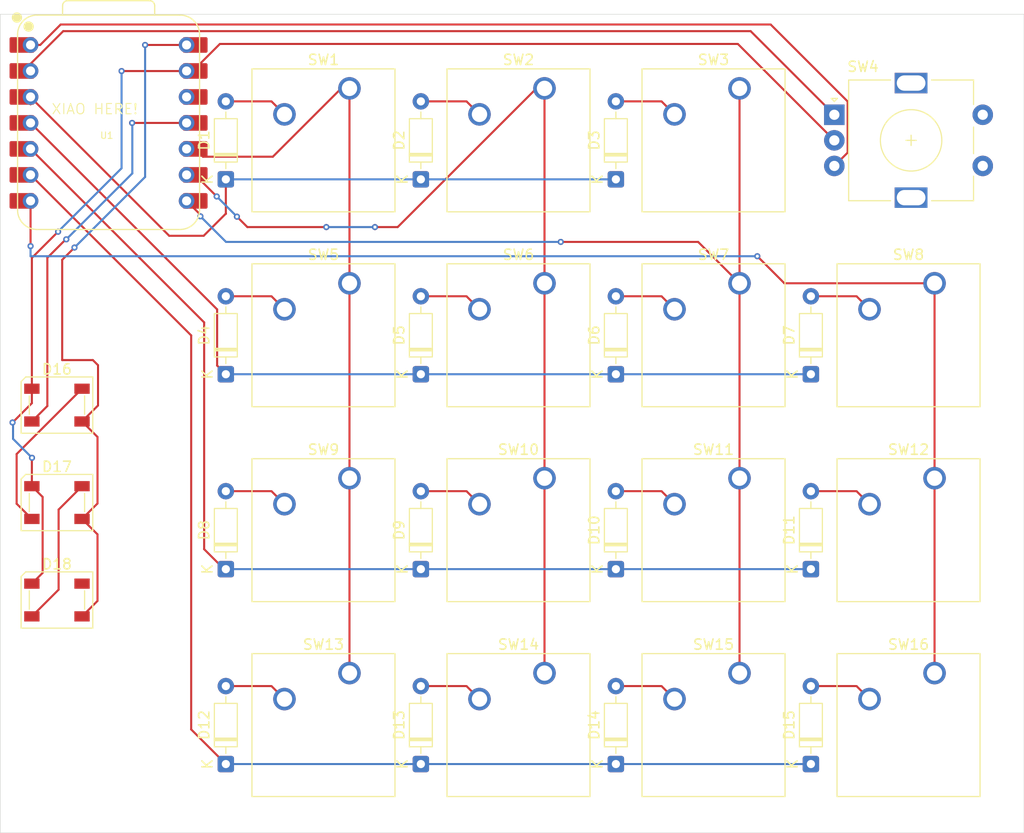
<source format=kicad_pcb>
(kicad_pcb (version 20241229) (generator "pcbnew") (generator_version "9.0")
  (layers (0 "F.Cu" signal) (2 "B.Cu" signal) (13 "F.Paste" user) (15 "B.Paste" user) (5 "F.SilkS" user "F.Silkscreen") (7 "B.SilkS" user "B.Silkscreen") (1 "F.Mask" user) (3 "B.Mask" user) (25 "Edge.Cuts" user))
  (net 0 "")
  (net 1 "Net-(D1-A)")
  (net 2 "Net-(D1-K)")
  (net 3 "Net-(D2-A)")
  (net 4 "Net-(D3-A)")
  (net 5 "Net-(D4-A)")
  (net 6 "Net-(D4-K)")
  (net 7 "Net-(D5-A)")
  (net 8 "Net-(D6-A)")
  (net 9 "Net-(D7-A)")
  (net 10 "Net-(D8-A)")
  (net 11 "Net-(D9-A)")
  (net 12 "Net-(D10-K)")
  (net 13 "Net-(D10-A)")
  (net 14 "Net-(D11-A)")
  (net 15 "Net-(D12-A)")
  (net 16 "Net-(D13-A)")
  (net 17 "Net-(D14-A)")
  (net 18 "Net-(D15-A)")
  (net 19 "GND")
  (net 20 "Net-(D16-DIN)")
  (net 21 "+5V")
  (net 22 "Net-(D16-DOUT)")
  (net 23 "Net-(D17-DOUT)")
  (net 25 "Net-(U1-GPIO26{slash}ADC0{slash}A0)")
  (net 26 "Net-(U1-GPIO27{slash}ADC1{slash}A1)")
  (net 28 "Net-(D12-K)")
  (net 31 "Net-(U1-GPIO4{slash}MISO)")
  (net 32 "Net-(U1-GPIO2{slash}SCK)")
  (net 33 "Net-(U1-GPIO1{slash}RX)")
  (net 34 "Net-(U1-GPIO0{slash}TX)")
  (footprint "Button_Switch_Keyboard:SW_Cherry_MX_1.00u_PCB" (layer "F.Cu") (at 138.1125 45.24375)
    (property "Reference" "SW1" (at -2.54 -2.794 0) (layer "F.SilkS"))
    (property "Value" "SW_Push")
    (pad "" np_thru_hole circle (at -7.62 5.08) (size 1.7 1.7) (drill 1.7) (layers "*.Cu" "*.Mask"))
    (pad "" np_thru_hole circle (at -2.54 5.08) (size 4 4) (drill 4) (layers "*.Cu" "*.Mask"))
    (pad "" np_thru_hole circle (at 2.54 5.08) (size 1.7 1.7) (drill 1.7) (layers "*.Cu" "*.Mask"))
    (pad "1" thru_hole circle (at 0 0) (size 2.2 2.2) (drill 1.5) (layers "*.Cu" "*.Mask") (net 31 "Net-(U1-GPIO4{slash}MISO)"))
    (pad "2" thru_hole circle (at -6.35 2.54) (size 2.2 2.2) (drill 1.5) (layers "*.Cu" "*.Mask") (net 1 "Net-(D1-A)"))
  )
  (footprint "Diode_THT:D_DO-35_SOD27_P7.62mm_Horizontal" (layer "F.Cu") (at 145.085 111.28375 90)
    (property "Reference" "D13" (at 3.81 -2.12 90) (layer "F.SilkS"))
    (property "Value" "D")
    (fp_text user "K" (at 0 -1.8 90) (layer "F.SilkS"))
    (pad "1" thru_hole roundrect (at 0 0 90) (size 1.6 1.6) (drill 0.8) (layers "*.Cu" "*.Mask") (roundrect_rratio 0.15625) (net 28 "Net-(D12-K)"))
    (pad "2" thru_hole circle (at 7.62 0 90) (size 1.6 1.6) (drill 0.8) (layers "*.Cu" "*.Mask") (net 16 "Net-(D13-A)"))
  )
  (footprint "Diode_THT:D_DO-35_SOD27_P7.62mm_Horizontal" (layer "F.Cu") (at 164.135 111.28375 90)
    (property "Reference" "D14" (at 3.81 -2.12 90) (layer "F.SilkS"))
    (property "Value" "D")
    (fp_text user "K" (at 0 -1.8 90) (layer "F.SilkS"))
    (pad "1" thru_hole roundrect (at 0 0 90) (size 1.6 1.6) (drill 0.8) (layers "*.Cu" "*.Mask") (roundrect_rratio 0.15625) (net 28 "Net-(D12-K)"))
    (pad "2" thru_hole circle (at 7.62 0 90) (size 1.6 1.6) (drill 0.8) (layers "*.Cu" "*.Mask") (net 17 "Net-(D14-A)"))
  )
  (footprint "Rotary_Encoder:RotaryEncoder_Alps_EC11E-Switch_Vertical_H20mm" (layer "F.Cu") (at 185.4725 47.82375)
    (property "Reference" "SW4" (at 2.8 -4.7 0) (layer "F.SilkS"))
    (property "Value" "RotaryEncoder_Switch")
    (pad "A" thru_hole rect (at 0 0) (size 2 2) (drill 1) (layers "*.Cu" "*.Mask") (net 26 "Net-(U1-GPIO27{slash}ADC1{slash}A1)"))
    (pad "B" thru_hole circle (at 0 5) (size 2 2) (drill 1) (layers "*.Cu" "*.Mask") (net 25 "Net-(U1-GPIO26{slash}ADC0{slash}A0)"))
    (pad "C" thru_hole circle (at 0 2.5) (size 2 2) (drill 1) (layers "*.Cu" "*.Mask") (net 19 "GND"))
    (pad "MP" thru_hole rect (at 7.5 -3.1) (size 3.2 2) (drill oval 2.8 1.5) (layers "*.Cu" "*.Mask"))
    (pad "MP" thru_hole rect (at 7.5 8.1) (size 3.2 2) (drill oval 2.8 1.5) (layers "*.Cu" "*.Mask"))
    (pad "S1" thru_hole circle (at 14.5 5) (size 2 2) (drill 1) (layers "*.Cu" "*.Mask"))
    (pad "S2" thru_hole circle (at 14.5 0) (size 2 2) (drill 1) (layers "*.Cu" "*.Mask"))
  )
  (footprint "LED_SMD:LED_SK6812_PLCC4_5.0x5.0mm_P3.2mm" (layer "F.Cu") (at 109.5375 85.725)
    (property "Reference" "D17" (at 0 -3.5 0) (layer "F.SilkS"))
    (property "Value" "SK6812")
    (pad "1" smd rect (at -2.45 -1.6 180) (size 1.5 1) (layers "F.Cu" "F.Mask" "F.Paste") (net 19 "GND"))
    (pad "2" smd rect (at -2.45 1.6 180) (size 1.5 1) (layers "F.Cu" "F.Mask" "F.Paste") (net 22 "Net-(D16-DOUT)"))
    (pad "3" smd rect (at 2.45 1.6 180) (size 1.5 1) (layers "F.Cu" "F.Mask" "F.Paste") (net 21 "+5V"))
    (pad "4" smd rect (at 2.45 -1.6 180) (size 1.5 1) (layers "F.Cu" "F.Mask" "F.Paste") (net 23 "Net-(D17-DOUT)"))
  )
  (footprint "Diode_THT:D_DO-35_SOD27_P7.62mm_Horizontal" (layer "F.Cu") (at 145.085 54.13375 90)
    (property "Reference" "D2" (at 3.81 -2.12 90) (layer "F.SilkS"))
    (property "Value" "D")
    (fp_text user "K" (at 0 -1.8 90) (layer "F.SilkS"))
    (pad "1" thru_hole roundrect (at 0 0 90) (size 1.6 1.6) (drill 0.8) (layers "*.Cu" "*.Mask") (roundrect_rratio 0.15625) (net 2 "Net-(D1-K)"))
    (pad "2" thru_hole circle (at 7.62 0 90) (size 1.6 1.6) (drill 0.8) (layers "*.Cu" "*.Mask") (net 3 "Net-(D2-A)"))
  )
  (footprint "LED_SMD:LED_SK6812_PLCC4_5.0x5.0mm_P3.2mm" (layer "F.Cu") (at 109.5375 95.25)
    (property "Reference" "D18" (at 0 -3.5 0) (layer "F.SilkS"))
    (property "Value" "SK6812")
    (pad "1" smd rect (at -2.45 -1.6 180) (size 1.5 1) (layers "F.Cu" "F.Mask" "F.Paste") (net 19 "GND"))
    (pad "2" smd rect (at -2.45 1.6 180) (size 1.5 1) (layers "F.Cu" "F.Mask" "F.Paste") (net 23 "Net-(D17-DOUT)"))
    (pad "3" smd rect (at 2.45 1.6 180) (size 1.5 1) (layers "F.Cu" "F.Mask" "F.Paste") (net 21 "+5V"))
    (pad "4" smd rect (at 2.45 -1.6 180) (size 1.5 1) (layers "F.Cu" "F.Mask" "F.Paste"))
  )
  (footprint "Button_Switch_Keyboard:SW_Cherry_MX_1.00u_PCB" (layer "F.Cu") (at 157.1625 45.24375)
    (property "Reference" "SW2" (at -2.54 -2.794 0) (layer "F.SilkS"))
    (property "Value" "SW_Push")
    (pad "" np_thru_hole circle (at -7.62 5.08) (size 1.7 1.7) (drill 1.7) (layers "*.Cu" "*.Mask"))
    (pad "" np_thru_hole circle (at -2.54 5.08) (size 4 4) (drill 4) (layers "*.Cu" "*.Mask"))
    (pad "" np_thru_hole circle (at 2.54 5.08) (size 1.7 1.7) (drill 1.7) (layers "*.Cu" "*.Mask"))
    (pad "1" thru_hole circle (at 0 0) (size 2.2 2.2) (drill 1.5) (layers "*.Cu" "*.Mask") (net 32 "Net-(U1-GPIO2{slash}SCK)"))
    (pad "2" thru_hole circle (at -6.35 2.54) (size 2.2 2.2) (drill 1.5) (layers "*.Cu" "*.Mask") (net 3 "Net-(D2-A)"))
  )
  (footprint "Diode_THT:D_DO-35_SOD27_P7.62mm_Horizontal" (layer "F.Cu") (at 126.035 92.23375 90)
    (property "Reference" "D8" (at 3.81 -2.12 90) (layer "F.SilkS"))
    (property "Value" "D")
    (fp_text user "K" (at 0 -1.8 90) (layer "F.SilkS"))
    (pad "1" thru_hole roundrect (at 0 0 90) (size 1.6 1.6) (drill 0.8) (layers "*.Cu" "*.Mask") (roundrect_rratio 0.15625) (net 12 "Net-(D10-K)"))
    (pad "2" thru_hole circle (at 7.62 0 90) (size 1.6 1.6) (drill 0.8) (layers "*.Cu" "*.Mask") (net 10 "Net-(D8-A)"))
  )
  (footprint "Diode_THT:D_DO-35_SOD27_P7.62mm_Horizontal" (layer "F.Cu") (at 145.085 73.18375 90)
    (property "Reference" "D5" (at 3.81 -2.12 90) (layer "F.SilkS"))
    (property "Value" "D")
    (fp_text user "K" (at 0 -1.8 90) (layer "F.SilkS"))
    (pad "1" thru_hole roundrect (at 0 0 90) (size 1.6 1.6) (drill 0.8) (layers "*.Cu" "*.Mask") (roundrect_rratio 0.15625) (net 6 "Net-(D4-K)"))
    (pad "2" thru_hole circle (at 7.62 0 90) (size 1.6 1.6) (drill 0.8) (layers "*.Cu" "*.Mask") (net 7 "Net-(D5-A)"))
  )
  (footprint "Diode_THT:D_DO-35_SOD27_P7.62mm_Horizontal" (layer "F.Cu") (at 183.185 92.23375 90)
    (property "Reference" "D11" (at 3.81 -2.12 90) (layer "F.SilkS"))
    (property "Value" "D")
    (fp_text user "K" (at 0 -1.8 90) (layer "F.SilkS"))
    (pad "1" thru_hole roundrect (at 0 0 90) (size 1.6 1.6) (drill 0.8) (layers "*.Cu" "*.Mask") (roundrect_rratio 0.15625) (net 12 "Net-(D10-K)"))
    (pad "2" thru_hole circle (at 7.62 0 90) (size 1.6 1.6) (drill 0.8) (layers "*.Cu" "*.Mask") (net 14 "Net-(D11-A)"))
  )
  (footprint "Button_Switch_Keyboard:SW_Cherry_MX_1.00u_PCB" (layer "F.Cu") (at 138.1125 64.29375)
    (property "Reference" "SW5" (at -2.54 -2.794 0) (layer "F.SilkS"))
    (property "Value" "SW_Push")
    (pad "" np_thru_hole circle (at -7.62 5.08) (size 1.7 1.7) (drill 1.7) (layers "*.Cu" "*.Mask"))
    (pad "" np_thru_hole circle (at -2.54 5.08) (size 4 4) (drill 4) (layers "*.Cu" "*.Mask"))
    (pad "" np_thru_hole circle (at 2.54 5.08) (size 1.7 1.7) (drill 1.7) (layers "*.Cu" "*.Mask"))
    (pad "1" thru_hole circle (at 0 0) (size 2.2 2.2) (drill 1.5) (layers "*.Cu" "*.Mask") (net 31 "Net-(U1-GPIO4{slash}MISO)"))
    (pad "2" thru_hole circle (at -6.35 2.54) (size 2.2 2.2) (drill 1.5) (layers "*.Cu" "*.Mask") (net 5 "Net-(D4-A)"))
  )
  (footprint "Button_Switch_Keyboard:SW_Cherry_MX_1.00u_PCB" (layer "F.Cu") (at 195.2625 64.29375)
    (property "Reference" "SW8" (at -2.54 -2.794 0) (layer "F.SilkS"))
    (property "Value" "SW_Push")
    (pad "" np_thru_hole circle (at -7.62 5.08) (size 1.7 1.7) (drill 1.7) (layers "*.Cu" "*.Mask"))
    (pad "" np_thru_hole circle (at -2.54 5.08) (size 4 4) (drill 4) (layers "*.Cu" "*.Mask"))
    (pad "" np_thru_hole circle (at 2.54 5.08) (size 1.7 1.7) (drill 1.7) (layers "*.Cu" "*.Mask"))
    (pad "1" thru_hole circle (at 0 0) (size 2.2 2.2) (drill 1.5) (layers "*.Cu" "*.Mask") (net 34 "Net-(U1-GPIO0{slash}TX)"))
    (pad "2" thru_hole circle (at -6.35 2.54) (size 2.2 2.2) (drill 1.5) (layers "*.Cu" "*.Mask") (net 9 "Net-(D7-A)"))
  )
  (footprint "Button_Switch_Keyboard:SW_Cherry_MX_1.00u_PCB" (layer "F.Cu") (at 157.1625 64.29375)
    (property "Reference" "SW6" (at -2.54 -2.794 0) (layer "F.SilkS"))
    (property "Value" "SW_Push")
    (pad "" np_thru_hole circle (at -7.62 5.08) (size 1.7 1.7) (drill 1.7) (layers "*.Cu" "*.Mask"))
    (pad "" np_thru_hole circle (at -2.54 5.08) (size 4 4) (drill 4) (layers "*.Cu" "*.Mask"))
    (pad "" np_thru_hole circle (at 2.54 5.08) (size 1.7 1.7) (drill 1.7) (layers "*.Cu" "*.Mask"))
    (pad "1" thru_hole circle (at 0 0) (size 2.2 2.2) (drill 1.5) (layers "*.Cu" "*.Mask") (net 32 "Net-(U1-GPIO2{slash}SCK)"))
    (pad "2" thru_hole circle (at -6.35 2.54) (size 2.2 2.2) (drill 1.5) (layers "*.Cu" "*.Mask") (net 7 "Net-(D5-A)"))
  )
  (footprint "Diode_THT:D_DO-35_SOD27_P7.62mm_Horizontal" (layer "F.Cu") (at 145.085 92.23375 90)
    (property "Reference" "D9" (at 3.81 -2.12 90) (layer "F.SilkS"))
    (property "Value" "D")
    (fp_text user "K" (at 0 -1.8 90) (layer "F.SilkS"))
    (pad "1" thru_hole roundrect (at 0 0 90) (size 1.6 1.6) (drill 0.8) (layers "*.Cu" "*.Mask") (roundrect_rratio 0.15625) (net 12 "Net-(D10-K)"))
    (pad "2" thru_hole circle (at 7.62 0 90) (size 1.6 1.6) (drill 0.8) (layers "*.Cu" "*.Mask") (net 11 "Net-(D9-A)"))
  )
  (footprint "Button_Switch_Keyboard:SW_Cherry_MX_1.00u_PCB" (layer "F.Cu") (at 176.2125 45.24375)
    (property "Reference" "SW3" (at -2.54 -2.794 0) (layer "F.SilkS"))
    (property "Value" "SW_Push")
    (pad "" np_thru_hole circle (at -7.62 5.08) (size 1.7 1.7) (drill 1.7) (layers "*.Cu" "*.Mask"))
    (pad "" np_thru_hole circle (at -2.54 5.08) (size 4 4) (drill 4) (layers "*.Cu" "*.Mask"))
    (pad "" np_thru_hole circle (at 2.54 5.08) (size 1.7 1.7) (drill 1.7) (layers "*.Cu" "*.Mask"))
    (pad "1" thru_hole circle (at 0 0) (size 2.2 2.2) (drill 1.5) (layers "*.Cu" "*.Mask") (net 33 "Net-(U1-GPIO1{slash}RX)"))
    (pad "2" thru_hole circle (at -6.35 2.54) (size 2.2 2.2) (drill 1.5) (layers "*.Cu" "*.Mask") (net 4 "Net-(D3-A)"))
  )
  (footprint "Diode_THT:D_DO-35_SOD27_P7.62mm_Horizontal" (layer "F.Cu") (at 164.135 92.23375 90)
    (property "Reference" "D10" (at 3.81 -2.12 90) (layer "F.SilkS"))
    (property "Value" "D")
    (fp_text user "K" (at 0 -1.8 90) (layer "F.SilkS"))
    (pad "1" thru_hole roundrect (at 0 0 90) (size 1.6 1.6) (drill 0.8) (layers "*.Cu" "*.Mask") (roundrect_rratio 0.15625) (net 12 "Net-(D10-K)"))
    (pad "2" thru_hole circle (at 7.62 0 90) (size 1.6 1.6) (drill 0.8) (layers "*.Cu" "*.Mask") (net 13 "Net-(D10-A)"))
  )
  (footprint "Diode_THT:D_DO-35_SOD27_P7.62mm_Horizontal" (layer "F.Cu") (at 164.135 73.18375 90)
    (property "Reference" "D6" (at 3.81 -2.12 90) (layer "F.SilkS"))
    (property "Value" "D")
    (fp_text user "K" (at 0 -1.8 90) (layer "F.SilkS"))
    (pad "1" thru_hole roundrect (at 0 0 90) (size 1.6 1.6) (drill 0.8) (layers "*.Cu" "*.Mask") (roundrect_rratio 0.15625) (net 6 "Net-(D4-K)"))
    (pad "2" thru_hole circle (at 7.62 0 90) (size 1.6 1.6) (drill 0.8) (layers "*.Cu" "*.Mask") (net 8 "Net-(D6-A)"))
  )
  (footprint "Button_Switch_Keyboard:SW_Cherry_MX_1.00u_PCB" (layer "F.Cu") (at 195.2625 102.39375)
    (property "Reference" "SW16" (at -2.54 -2.794 0) (layer "F.SilkS"))
    (property "Value" "SW_Push")
    (pad "" np_thru_hole circle (at -7.62 5.08) (size 1.7 1.7) (drill 1.7) (layers "*.Cu" "*.Mask"))
    (pad "" np_thru_hole circle (at -2.54 5.08) (size 4 4) (drill 4) (layers "*.Cu" "*.Mask"))
    (pad "" np_thru_hole circle (at 2.54 5.08) (size 1.7 1.7) (drill 1.7) (layers "*.Cu" "*.Mask"))
    (pad "1" thru_hole circle (at 0 0) (size 2.2 2.2) (drill 1.5) (layers "*.Cu" "*.Mask") (net 34 "Net-(U1-GPIO0{slash}TX)"))
    (pad "2" thru_hole circle (at -6.35 2.54) (size 2.2 2.2) (drill 1.5) (layers "*.Cu" "*.Mask") (net 18 "Net-(D15-A)"))
  )
  (footprint "Diode_THT:D_DO-35_SOD27_P7.62mm_Horizontal" (layer "F.Cu") (at 126.035 111.28375 90)
    (property "Reference" "D12" (at 3.81 -2.12 90) (layer "F.SilkS"))
    (property "Value" "D")
    (fp_text user "K" (at 0 -1.8 90) (layer "F.SilkS"))
    (pad "1" thru_hole roundrect (at 0 0 90) (size 1.6 1.6) (drill 0.8) (layers "*.Cu" "*.Mask") (roundrect_rratio 0.15625) (net 28 "Net-(D12-K)"))
    (pad "2" thru_hole circle (at 7.62 0 90) (size 1.6 1.6) (drill 0.8) (layers "*.Cu" "*.Mask") (net 15 "Net-(D12-A)"))
  )
  (footprint "Button_Switch_Keyboard:SW_Cherry_MX_1.00u_PCB" (layer "F.Cu") (at 176.2125 64.29375)
    (property "Reference" "SW7" (at -2.54 -2.794 0) (layer "F.SilkS"))
    (property "Value" "SW_Push")
    (pad "" np_thru_hole circle (at -7.62 5.08) (size 1.7 1.7) (drill 1.7) (layers "*.Cu" "*.Mask"))
    (pad "" np_thru_hole circle (at -2.54 5.08) (size 4 4) (drill 4) (layers "*.Cu" "*.Mask"))
    (pad "" np_thru_hole circle (at 2.54 5.08) (size 1.7 1.7) (drill 1.7) (layers "*.Cu" "*.Mask"))
    (pad "1" thru_hole circle (at 0 0) (size 2.2 2.2) (drill 1.5) (layers "*.Cu" "*.Mask") (net 33 "Net-(U1-GPIO1{slash}RX)"))
    (pad "2" thru_hole circle (at -6.35 2.54) (size 2.2 2.2) (drill 1.5) (layers "*.Cu" "*.Mask") (net 8 "Net-(D6-A)"))
  )
  (footprint "LED_SMD:LED_SK6812_PLCC4_5.0x5.0mm_P3.2mm" (layer "F.Cu") (at 109.5375 76.2)
    (property "Reference" "D16" (at 0 -3.5 0) (layer "F.SilkS"))
    (property "Value" "SK6812")
    (pad "1" smd rect (at -2.45 -1.6 180) (size 1.5 1) (layers "F.Cu" "F.Mask" "F.Paste") (net 19 "GND"))
    (pad "2" smd rect (at -2.45 1.6 180) (size 1.5 1) (layers "F.Cu" "F.Mask" "F.Paste") (net 20 "Net-(D16-DIN)"))
    (pad "3" smd rect (at 2.45 1.6 180) (size 1.5 1) (layers "F.Cu" "F.Mask" "F.Paste") (net 21 "+5V"))
    (pad "4" smd rect (at 2.45 -1.6 180) (size 1.5 1) (layers "F.Cu" "F.Mask" "F.Paste") (net 22 "Net-(D16-DOUT)"))
  )
  (footprint "Diode_THT:D_DO-35_SOD27_P7.62mm_Horizontal" (layer "F.Cu") (at 183.185 73.18375 90)
    (property "Reference" "D7" (at 3.81 -2.12 90) (layer "F.SilkS"))
    (property "Value" "D")
    (fp_text user "K" (at 0 -1.8 90) (layer "F.SilkS"))
    (pad "1" thru_hole roundrect (at 0 0 90) (size 1.6 1.6) (drill 0.8) (layers "*.Cu" "*.Mask") (roundrect_rratio 0.15625) (net 6 "Net-(D4-K)"))
    (pad "2" thru_hole circle (at 7.62 0 90) (size 1.6 1.6) (drill 0.8) (layers "*.Cu" "*.Mask") (net 9 "Net-(D7-A)"))
  )
  (footprint "Diode_THT:D_DO-35_SOD27_P7.62mm_Horizontal" (layer "F.Cu") (at 183.185 111.28375 90)
    (property "Reference" "D15" (at 3.81 -2.12 90) (layer "F.SilkS"))
    (property "Value" "D")
    (fp_text user "K" (at 0 -1.8 90) (layer "F.SilkS"))
    (pad "1" thru_hole roundrect (at 0 0 90) (size 1.6 1.6) (drill 0.8) (layers "*.Cu" "*.Mask") (roundrect_rratio 0.15625) (net 28 "Net-(D12-K)"))
    (pad "2" thru_hole circle (at 7.62 0 90) (size 1.6 1.6) (drill 0.8) (layers "*.Cu" "*.Mask") (net 18 "Net-(D15-A)"))
  )
  (footprint "Button_Switch_Keyboard:SW_Cherry_MX_1.00u_PCB" (layer "F.Cu") (at 157.1625 102.39375)
    (property "Reference" "SW14" (at -2.54 -2.794 0) (layer "F.SilkS"))
    (property "Value" "SW_Push")
    (pad "" np_thru_hole circle (at -7.62 5.08) (size 1.7 1.7) (drill 1.7) (layers "*.Cu" "*.Mask"))
    (pad "" np_thru_hole circle (at -2.54 5.08) (size 4 4) (drill 4) (layers "*.Cu" "*.Mask"))
    (pad "" np_thru_hole circle (at 2.54 5.08) (size 1.7 1.7) (drill 1.7) (layers "*.Cu" "*.Mask"))
    (pad "1" thru_hole circle (at 0 0) (size 2.2 2.2) (drill 1.5) (layers "*.Cu" "*.Mask") (net 32 "Net-(U1-GPIO2{slash}SCK)"))
    (pad "2" thru_hole circle (at -6.35 2.54) (size 2.2 2.2) (drill 1.5) (layers "*.Cu" "*.Mask") (net 16 "Net-(D13-A)"))
  )
  (footprint "Button_Switch_Keyboard:SW_Cherry_MX_1.00u_PCB" (layer "F.Cu") (at 138.1125 83.34375)
    (property "Reference" "SW9" (at -2.54 -2.794 0) (layer "F.SilkS"))
    (property "Value" "SW_Push")
    (pad "" np_thru_hole circle (at -7.62 5.08) (size 1.7 1.7) (drill 1.7) (layers "*.Cu" "*.Mask"))
    (pad "" np_thru_hole circle (at -2.54 5.08) (size 4 4) (drill 4) (layers "*.Cu" "*.Mask"))
    (pad "" np_thru_hole circle (at 2.54 5.08) (size 1.7 1.7) (drill 1.7) (layers "*.Cu" "*.Mask"))
    (pad "1" thru_hole circle (at 0 0) (size 2.2 2.2) (drill 1.5) (layers "*.Cu" "*.Mask") (net 31 "Net-(U1-GPIO4{slash}MISO)"))
    (pad "2" thru_hole circle (at -6.35 2.54) (size 2.2 2.2) (drill 1.5) (layers "*.Cu" "*.Mask") (net 10 "Net-(D8-A)"))
  )
  (footprint "Seeed Studio XIAO Series Library:XIAO-RP2040-DIP" (layer "F.Cu") (at 114.58 48.62)
    (property "Reference" "U1" (at -0.18 1.23 0) (layer "F.SilkS") (effects (font (size 0.635 0.635) (thickness 0.1016))))
    (property "Value" "XIAO-RP2040-DIP")
    (pad "1" smd roundrect (at -8.455 -7.62 180) (size 2.432 1.524) (layers "F.Cu" "F.Mask") (roundrect_rratio 0.1) (net 25 "Net-(U1-GPIO26{slash}ADC0{slash}A0)"))
    (pad "1" thru_hole circle (at -7.62 -7.62 180) (size 1.524 1.524) (drill 0.889) (layers "*.Cu" "*.Mask") (net 25 "Net-(U1-GPIO26{slash}ADC0{slash}A0)"))
    (pad "2" smd roundrect (at -8.455 -5.08 180) (size 2.432 1.524) (layers "F.Cu" "F.Mask") (roundrect_rratio 0.1) (net 26 "Net-(U1-GPIO27{slash}ADC1{slash}A1)"))
    (pad "2" thru_hole circle (at -7.62 -5.08 180) (size 1.524 1.524) (drill 0.889) (layers "*.Cu" "*.Mask") (net 26 "Net-(U1-GPIO27{slash}ADC1{slash}A1)"))
    (pad "3" smd roundrect (at -8.455 -2.54 180) (size 2.432 1.524) (layers "F.Cu" "F.Mask") (roundrect_rratio 0.1) (net 2 "Net-(D1-K)"))
    (pad "3" thru_hole circle (at -7.62 -2.54 180) (size 1.524 1.524) (drill 0.889) (layers "*.Cu" "*.Mask") (net 2 "Net-(D1-K)"))
    (pad "4" smd roundrect (at -8.455 0 180) (size 2.432 1.524) (layers "F.Cu" "F.Mask") (roundrect_rratio 0.1) (net 6 "Net-(D4-K)"))
    (pad "4" thru_hole circle (at -7.62 0 180) (size 1.524 1.524) (drill 0.889) (layers "*.Cu" "*.Mask") (net 6 "Net-(D4-K)"))
    (pad "5" smd roundrect (at -8.455 2.54 180) (size 2.432 1.524) (layers "F.Cu" "F.Mask") (roundrect_rratio 0.1) (net 12 "Net-(D10-K)"))
    (pad "5" thru_hole circle (at -7.62 2.54 180) (size 1.524 1.524) (drill 0.889) (layers "*.Cu" "*.Mask") (net 12 "Net-(D10-K)"))
    (pad "6" smd roundrect (at -8.455 5.08 180) (size 2.432 1.524) (layers "F.Cu" "F.Mask") (roundrect_rratio 0.1) (net 28 "Net-(D12-K)"))
    (pad "6" thru_hole circle (at -7.62 5.08 180) (size 1.524 1.524) (drill 0.889) (layers "*.Cu" "*.Mask") (net 28 "Net-(D12-K)"))
    (pad "7" smd roundrect (at -8.455 7.62 180) (size 2.432 1.524) (layers "F.Cu" "F.Mask") (roundrect_rratio 0.1) (net 34 "Net-(U1-GPIO0{slash}TX)"))
    (pad "7" thru_hole circle (at -7.62 7.62 180) (size 1.524 1.524) (drill 0.889) (layers "*.Cu" "*.Mask") (net 34 "Net-(U1-GPIO0{slash}TX)"))
    (pad "8" thru_hole circle (at 7.62 7.62) (size 1.524 1.524) (drill 0.889) (layers "*.Cu" "*.Mask") (net 33 "Net-(U1-GPIO1{slash}RX)"))
    (pad "8" smd roundrect (at 8.455 7.62) (size 2.432 1.524) (layers "F.Cu" "F.Mask") (roundrect_rratio 0.1) (net 33 "Net-(U1-GPIO1{slash}RX)"))
    (pad "9" thru_hole circle (at 7.62 5.08) (size 1.524 1.524) (drill 0.889) (layers "*.Cu" "*.Mask") (net 32 "Net-(U1-GPIO2{slash}SCK)"))
    (pad "9" smd roundrect (at 8.455 5.08) (size 2.432 1.524) (layers "F.Cu" "F.Mask") (roundrect_rratio 0.1) (net 32 "Net-(U1-GPIO2{slash}SCK)"))
    (pad "10" thru_hole circle (at 7.62 2.54) (size 1.524 1.524) (drill 0.889) (layers "*.Cu" "*.Mask") (net 31 "Net-(U1-GPIO4{slash}MISO)"))
    (pad "10" smd roundrect (at 8.455 2.54) (size 2.432 1.524) (layers "F.Cu" "F.Mask") (roundrect_rratio 0.1) (net 31 "Net-(U1-GPIO4{slash}MISO)"))
    (pad "11" thru_hole circle (at 7.62 0) (size 1.524 1.524) (drill 0.889) (layers "*.Cu" "*.Mask") (net 20 "Net-(D16-DIN)"))
    (pad "11" smd roundrect (at 8.455 0) (size 2.432 1.524) (layers "F.Cu" "F.Mask") (roundrect_rratio 0.1) (net 20 "Net-(D16-DIN)"))
    (pad "12" thru_hole circle (at 7.62 -2.54) (size 1.524 1.524) (drill 0.889) (layers "*.Cu" "*.Mask"))
    (pad "12" smd roundrect (at 8.455 -2.54) (size 2.432 1.524) (layers "F.Cu" "F.Mask") (roundrect_rratio 0.1))
    (pad "13" thru_hole circle (at 7.62 -5.08) (size 1.524 1.524) (drill 0.889) (layers "*.Cu" "*.Mask") (net 19 "GND"))
    (pad "13" smd roundrect (at 8.455 -5.08) (size 2.432 1.524) (layers "F.Cu" "F.Mask") (roundrect_rratio 0.1) (net 19 "GND"))
    (pad "14" thru_hole circle (at 7.62 -7.62) (size 1.524 1.524) (drill 0.889) (layers "*.Cu" "*.Mask") (net 21 "+5V"))
    (pad "14" smd roundrect (at 8.455 -7.62) (size 2.432 1.524) (layers "F.Cu" "F.Mask") (roundrect_rratio 0.1) (net 21 "+5V"))
  )
  (footprint "Button_Switch_Keyboard:SW_Cherry_MX_1.00u_PCB" (layer "F.Cu") (at 195.2625 83.34375)
    (property "Reference" "SW12" (at -2.54 -2.794 0) (layer "F.SilkS"))
    (property "Value" "SW_Push")
    (pad "" np_thru_hole circle (at -7.62 5.08) (size 1.7 1.7) (drill 1.7) (layers "*.Cu" "*.Mask"))
    (pad "" np_thru_hole circle (at -2.54 5.08) (size 4 4) (drill 4) (layers "*.Cu" "*.Mask"))
    (pad "" np_thru_hole circle (at 2.54 5.08) (size 1.7 1.7) (drill 1.7) (layers "*.Cu" "*.Mask"))
    (pad "1" thru_hole circle (at 0 0) (size 2.2 2.2) (drill 1.5) (layers "*.Cu" "*.Mask") (net 34 "Net-(U1-GPIO0{slash}TX)"))
    (pad "2" thru_hole circle (at -6.35 2.54) (size 2.2 2.2) (drill 1.5) (layers "*.Cu" "*.Mask") (net 14 "Net-(D11-A)"))
  )
  (footprint "Diode_THT:D_DO-35_SOD27_P7.62mm_Horizontal" (layer "F.Cu") (at 164.135 54.13375 90)
    (property "Reference" "D3" (at 3.81 -2.12 90) (layer "F.SilkS"))
    (property "Value" "D")
    (fp_text user "K" (at 0 -1.8 90) (layer "F.SilkS"))
    (pad "1" thru_hole roundrect (at 0 0 90) (size 1.6 1.6) (drill 0.8) (layers "*.Cu" "*.Mask") (roundrect_rratio 0.15625) (net 2 "Net-(D1-K)"))
    (pad "2" thru_hole circle (at 7.62 0 90) (size 1.6 1.6) (drill 0.8) (layers "*.Cu" "*.Mask") (net 4 "Net-(D3-A)"))
  )
  (footprint "Button_Switch_Keyboard:SW_Cherry_MX_1.00u_PCB" (layer "F.Cu") (at 176.2125 102.39375)
    (property "Reference" "SW15" (at -2.54 -2.794 0) (layer "F.SilkS"))
    (property "Value" "SW_Push")
    (pad "" np_thru_hole circle (at -7.62 5.08) (size 1.7 1.7) (drill 1.7) (layers "*.Cu" "*.Mask"))
    (pad "" np_thru_hole circle (at -2.54 5.08) (size 4 4) (drill 4) (layers "*.Cu" "*.Mask"))
    (pad "" np_thru_hole circle (at 2.54 5.08) (size 1.7 1.7) (drill 1.7) (layers "*.Cu" "*.Mask"))
    (pad "1" thru_hole circle (at 0 0) (size 2.2 2.2) (drill 1.5) (layers "*.Cu" "*.Mask") (net 33 "Net-(U1-GPIO1{slash}RX)"))
    (pad "2" thru_hole circle (at -6.35 2.54) (size 2.2 2.2) (drill 1.5) (layers "*.Cu" "*.Mask") (net 17 "Net-(D14-A)"))
  )
  (footprint "Button_Switch_Keyboard:SW_Cherry_MX_1.00u_PCB" (layer "F.Cu") (at 138.1125 102.39375)
    (property "Reference" "SW13" (at -2.54 -2.794 0) (layer "F.SilkS"))
    (property "Value" "SW_Push")
    (pad "" np_thru_hole circle (at -7.62 5.08) (size 1.7 1.7) (drill 1.7) (layers "*.Cu" "*.Mask"))
    (pad "" np_thru_hole circle (at -2.54 5.08) (size 4 4) (drill 4) (layers "*.Cu" "*.Mask"))
    (pad "" np_thru_hole circle (at 2.54 5.08) (size 1.7 1.7) (drill 1.7) (layers "*.Cu" "*.Mask"))
    (pad "1" thru_hole circle (at 0 0) (size 2.2 2.2) (drill 1.5) (layers "*.Cu" "*.Mask") (net 31 "Net-(U1-GPIO4{slash}MISO)"))
    (pad "2" thru_hole circle (at -6.35 2.54) (size 2.2 2.2) (drill 1.5) (layers "*.Cu" "*.Mask") (net 15 "Net-(D12-A)"))
  )
  (footprint "Button_Switch_Keyboard:SW_Cherry_MX_1.00u_PCB" (layer "F.Cu") (at 157.1625 83.34375)
    (property "Reference" "SW10" (at -2.54 -2.794 0) (layer "F.SilkS"))
    (property "Value" "SW_Push")
    (pad "" np_thru_hole circle (at -7.62 5.08) (size 1.7 1.7) (drill 1.7) (layers "*.Cu" "*.Mask"))
    (pad "" np_thru_hole circle (at -2.54 5.08) (size 4 4) (drill 4) (layers "*.Cu" "*.Mask"))
    (pad "" np_thru_hole circle (at 2.54 5.08) (size 1.7 1.7) (drill 1.7) (layers "*.Cu" "*.Mask"))
    (pad "1" thru_hole circle (at 0 0) (size 2.2 2.2) (drill 1.5) (layers "*.Cu" "*.Mask") (net 32 "Net-(U1-GPIO2{slash}SCK)"))
    (pad "2" thru_hole circle (at -6.35 2.54) (size 2.2 2.2) (drill 1.5) (layers "*.Cu" "*.Mask") (net 11 "Net-(D9-A)"))
  )
  (footprint "Diode_THT:D_DO-35_SOD27_P7.62mm_Horizontal" (layer "F.Cu") (at 126.035 54.13375 90)
    (property "Reference" "D1" (at 3.81 -2.12 90) (layer "F.SilkS"))
    (property "Value" "D")
    (fp_text user "K" (at 0 -1.8 90) (layer "F.SilkS"))
    (pad "1" thru_hole roundrect (at 0 0 90) (size 1.6 1.6) (drill 0.8) (layers "*.Cu" "*.Mask") (roundrect_rratio 0.15625) (net 2 "Net-(D1-K)"))
    (pad "2" thru_hole circle (at 7.62 0 90) (size 1.6 1.6) (drill 0.8) (layers "*.Cu" "*.Mask") (net 1 "Net-(D1-A)"))
  )
  (footprint "Button_Switch_Keyboard:SW_Cherry_MX_1.00u_PCB" (layer "F.Cu") (at 176.2125 83.34375)
    (property "Reference" "SW11" (at -2.54 -2.794 0) (layer "F.SilkS"))
    (property "Value" "SW_Push")
    (pad "" np_thru_hole circle (at -7.62 5.08) (size 1.7 1.7) (drill 1.7) (layers "*.Cu" "*.Mask"))
    (pad "" np_thru_hole circle (at -2.54 5.08) (size 4 4) (drill 4) (layers "*.Cu" "*.Mask"))
    (pad "" np_thru_hole circle (at 2.54 5.08) (size 1.7 1.7) (drill 1.7) (layers "*.Cu" "*.Mask"))
    (pad "1" thru_hole circle (at 0 0) (size 2.2 2.2) (drill 1.5) (layers "*.Cu" "*.Mask") (net 33 "Net-(U1-GPIO1{slash}RX)"))
    (pad "2" thru_hole circle (at -6.35 2.54) (size 2.2 2.2) (drill 1.5) (layers "*.Cu" "*.Mask") (net 13 "Net-(D10-A)"))
  )
  (footprint "Diode_THT:D_DO-35_SOD27_P7.62mm_Horizontal" (layer "F.Cu") (at 126.035 73.18375 90)
    (property "Reference" "D4" (at 3.81 -2.12 90) (layer "F.SilkS"))
    (property "Value" "D")
    (fp_text user "K" (at 0 -1.8 90) (layer "F.SilkS"))
    (pad "1" thru_hole roundrect (at 0 0 90) (size 1.6 1.6) (drill 0.8) (layers "*.Cu" "*.Mask") (roundrect_rratio 0.15625) (net 6 "Net-(D4-K)"))
    (pad "2" thru_hole circle (at 7.62 0 90) (size 1.6 1.6) (drill 0.8) (layers "*.Cu" "*.Mask") (net 5 "Net-(D4-A)"))
  )
  (gr_rect (start 104 38) (end 204 118) (stroke (width 0.05)) (fill no) (layer "Edge.Cuts"))
  (gr_text "XIAO HERE!" (at 108.95 47.85 0) (layer "F.SilkS") (effects (font (size 1 1) (thickness 0.1)) (justify left bottom)))
  (segment (start 131.7625 47.78375) (end 130.4925 46.51375) (width 0.2) (layer "F.Cu") (net 1))
  (segment (start 130.4925 46.51375) (end 126.035 46.51375) (width 0.2) (layer "F.Cu") (net 1))
  (segment (start 106.96 46.809943) (end 106.96 46.08) (width 0.2) (layer "F.Cu") (net 2))
  (segment (start 126.035 54.13375) (end 126.035 57.485) (width 0.2) (layer "F.Cu") (net 2))
  (segment (start 126.035 57.485) (end 126.035 57.515) (width 0.2) (layer "F.Cu") (net 2))
  (segment (start 120.5 59.65) (end 106.96 46.11) (width 0.2) (layer "F.Cu") (net 2))
  (segment (start 106.96 46.11) (end 106.96 46.08) (width 0.2) (layer "F.Cu") (net 2))
  (segment (start 126.035 57.485) (end 123.87 59.65) (width 0.2) (layer "F.Cu") (net 2))
  (segment (start 123.87 59.65) (end 120.5 59.65) (width 0.2) (layer "F.Cu") (net 2))
  (segment (start 126.035 54.13375) (end 145.085 54.13375) (width 0.2) (layer "B.Cu") (net 2))
  (segment (start 164.135 54.13375) (end 145.085 54.13375) (width 0.2) (layer "B.Cu") (net 2))
  (segment (start 150.8125 47.78375) (end 149.5425 46.51375) (width 0.2) (layer "F.Cu") (net 3))
  (segment (start 149.5425 46.51375) (end 145.085 46.51375) (width 0.2) (layer "F.Cu") (net 3))
  (segment (start 168.5925 46.51375) (end 164.135 46.51375) (width 0.2) (layer "F.Cu") (net 4))
  (segment (start 169.8625 47.78375) (end 168.5925 46.51375) (width 0.2) (layer "F.Cu") (net 4))
  (segment (start 131.7625 66.83375) (end 130.4925 65.56375) (width 0.2) (layer "F.Cu") (net 5))
  (segment (start 130.4925 65.56375) (end 126.035 65.56375) (width 0.2) (layer "F.Cu") (net 5))
  (segment (start 126.035 73.18375) (end 125.185 72.33375) (width 0.2) (layer "F.Cu") (net 6))
  (segment (start 125.185 72.33375) (end 125.185 66.845) (width 0.2) (layer "F.Cu") (net 6))
  (segment (start 125.185 66.845) (end 106.96 48.62) (width 0.2) (layer "F.Cu") (net 6))
  (segment (start 145.085 73.18375) (end 126.035 73.18375) (width 0.2) (layer "B.Cu") (net 6))
  (segment (start 183.185 73.18375) (end 164.135 73.18375) (width 0.2) (layer "B.Cu") (net 6))
  (segment (start 164.135 73.18375) (end 145.085 73.18375) (width 0.2) (layer "B.Cu") (net 6))
  (segment (start 150.8125 66.83375) (end 149.5425 65.56375) (width 0.2) (layer "F.Cu") (net 7))
  (segment (start 149.5425 65.56375) (end 145.085 65.56375) (width 0.2) (layer "F.Cu") (net 7))
  (segment (start 164.135 65.56375) (end 168.5925 65.56375) (width 0.2) (layer "F.Cu") (net 8))
  (segment (start 168.5925 65.56375) (end 169.8625 66.83375) (width 0.2) (layer "F.Cu") (net 8))
  (segment (start 183.185 65.56375) (end 187.6425 65.56375) (width 0.2) (layer "F.Cu") (net 9))
  (segment (start 187.6425 65.56375) (end 188.9125 66.83375) (width 0.2) (layer "F.Cu") (net 9))
  (segment (start 126.035 84.61375) (end 130.4925 84.61375) (width 0.2) (layer "F.Cu") (net 10))
  (segment (start 130.4925 84.61375) (end 131.7625 85.88375) (width 0.2) (layer "F.Cu") (net 10))
  (segment (start 145.085 84.61375) (end 149.5425 84.61375) (width 0.2) (layer "F.Cu") (net 11))
  (segment (start 149.5425 84.61375) (end 150.8125 85.88375) (width 0.2) (layer "F.Cu") (net 11))
  (segment (start 123.9175 90.28275) (end 123.9175 68.1175) (width 0.2) (layer "F.Cu") (net 12))
  (segment (start 125.8685 92.23375) (end 123.9175 90.28275) (width 0.2) (layer "F.Cu") (net 12))
  (segment (start 126.035 92.23375) (end 125.8685 92.23375) (width 0.2) (layer "F.Cu") (net 12))
  (segment (start 123.9175 68.1175) (end 106.96 51.16) (width 0.2) (layer "F.Cu") (net 12))
  (segment (start 126.035 92.23375) (end 145.085 92.23375) (width 0.2) (layer "B.Cu") (net 12))
  (segment (start 145.085 92.23375) (end 164.135 92.23375) (width 0.2) (layer "B.Cu") (net 12))
  (segment (start 183.185 92.23375) (end 164.135 92.23375) (width 0.2) (layer "B.Cu") (net 12))
  (segment (start 164.135 84.61375) (end 168.5925 84.61375) (width 0.2) (layer "F.Cu") (net 13))
  (segment (start 168.5925 84.61375) (end 169.8625 85.88375) (width 0.2) (layer "F.Cu") (net 13))
  (segment (start 183.185 84.61375) (end 187.6425 84.61375) (width 0.2) (layer "F.Cu") (net 14))
  (segment (start 187.6425 84.61375) (end 188.9125 85.88375) (width 0.2) (layer "F.Cu") (net 14))
  (segment (start 130.4925 103.66375) (end 131.7625 104.93375) (width 0.2) (layer "F.Cu") (net 15))
  (segment (start 126.035 103.66375) (end 130.4925 103.66375) (width 0.2) (layer "F.Cu") (net 15))
  (segment (start 145.085 103.66375) (end 149.5425 103.66375) (width 0.2) (layer "F.Cu") (net 16))
  (segment (start 149.5425 103.66375) (end 150.8125 104.93375) (width 0.2) (layer "F.Cu") (net 16))
  (segment (start 168.5925 103.66375) (end 169.8625 104.93375) (width 0.2) (layer "F.Cu") (net 17))
  (segment (start 164.135 103.66375) (end 168.5925 103.66375) (width 0.2) (layer "F.Cu") (net 17))
  (segment (start 187.6425 103.66375) (end 188.9125 104.93375) (width 0.2) (layer "F.Cu") (net 18))
  (segment (start 183.185 103.66375) (end 187.6425 103.66375) (width 0.2) (layer "F.Cu") (net 18))
  (segment (start 108.1385 85.176) (end 108.1385 92.599) (width 0.2) (layer "F.Cu") (net 19))
  (segment (start 107.0875 76.0125) (end 107.0875 74.6) (width 0.2) (layer "F.Cu") (net 19))
  (segment (start 176.04875 40.9) (end 125.453626 40.9) (width 0.2) (layer "F.Cu") (net 19))
  (segment (start 107.0875 81.3625) (end 107.1 81.35) (width 0.2) (layer "F.Cu") (net 19))
  (segment (start 107.0875 74.6) (end 107.0875 61.8125) (width 0.2) (layer "F.Cu") (net 19))
  (segment (start 122.19 43.55) (end 122.2 43.54) (width 0.2) (layer "F.Cu") (net 19))
  (segment (start 107.0875 84.125) (end 107.0875 81.3625) (width 0.2) (layer "F.Cu") (net 19))
  (segment (start 122.813626 43.54) (end 122.2 43.54) (width 0.2) (layer "F.Cu") (net 19))
  (segment (start 185.4725 50.32375) (end 176.04875 40.9) (width 0.2) (layer "F.Cu") (net 19))
  (segment (start 107.0875 61.8125) (end 109.65 59.25) (width 0.2) (layer "F.Cu") (net 19))
  (segment (start 125.453626 40.9) (end 122.813626 43.54) (width 0.2) (layer "F.Cu") (net 19))
  (segment (start 105.2 77.9) (end 107.0875 76.0125) (width 0.2) (layer "F.Cu") (net 19))
  (segment (start 108.1385 92.599) (end 107.0875 93.65) (width 0.2) (layer "F.Cu") (net 19))
  (segment (start 115.85 43.55) (end 122.19 43.55) (width 0.2) (layer "F.Cu") (net 19))
  (segment (start 107.0875 84.125) (end 108.1385 85.176) (width 0.2) (layer "F.Cu") (net 19))
  (via (at 105.2 77.9) (size 0.6) (drill 0.3) (layers "F.Cu" "B.Cu") (net 19))
  (via (at 115.85 43.55) (size 0.6) (drill 0.3) (layers "F.Cu" "B.Cu") (net 19))
  (via (at 109.65 59.25) (size 0.6) (drill 0.3) (layers "F.Cu" "B.Cu") (net 19))
  (via (at 107.1 81.35) (size 0.6) (drill 0.3) (layers "F.Cu" "B.Cu") (net 19))
  (segment (start 105.25 77.95) (end 105.2 77.9) (width 0.2) (layer "B.Cu") (net 19))
  (segment (start 105.25 78.75) (end 105.25 77.95) (width 0.2) (layer "B.Cu") (net 19))
  (segment (start 115.85 43.55) (end 115.85 53.05) (width 0.2) (layer "B.Cu") (net 19))
  (segment (start 107.1 81.35) (end 105.25 79.5) (width 0.2) (layer "B.Cu") (net 19))
  (segment (start 105.25 79.5) (end 105.25 78.75) (width 0.2) (layer "B.Cu") (net 19))
  (segment (start 115.85 53.05) (end 109.65 59.25) (width 0.2) (layer "B.Cu") (net 19))
  (segment (start 116.88 48.62) (end 122.2 48.62) (width 0.2) (layer "F.Cu") (net 20))
  (segment (start 107.0875 77.8) (end 108.6 76.2875) (width 0.2) (layer "F.Cu") (net 20))
  (segment (start 110.4 60) (end 110.45 60) (width 0.2) (layer "F.Cu") (net 20))
  (segment (start 108.6 76.2875) (end 108.6 61.8) (width 0.2) (layer "F.Cu") (net 20))
  (segment (start 108.6 61.8) (end 110.4 60) (width 0.2) (layer "F.Cu") (net 20))
  (via (at 110.45 60) (size 0.6) (drill 0.3) (layers "F.Cu" "B.Cu") (net 20))
  (via (at 116.88 48.62) (size 0.6) (drill 0.3) (layers "F.Cu" "B.Cu") (net 20))
  (segment (start 116.9 48.7) (end 116.9 53.55) (width 0.2) (layer "B.Cu") (net 20))
  (segment (start 116.88 48.68) (end 116.9 48.7) (width 0.2) (layer "B.Cu") (net 20))
  (segment (start 116.9 53.55) (end 110.45 60) (width 0.2) (layer "B.Cu") (net 20))
  (segment (start 116.88 48.62) (end 116.88 48.68) (width 0.2) (layer "B.Cu") (net 20))
  (segment (start 111.9875 96.85) (end 113.5 95.3375) (width 0.2) (layer "F.Cu") (net 21))
  (segment (start 110.05 71.8) (end 110.05 62) (width 0.2) (layer "F.Cu") (net 21))
  (segment (start 113.55 72.3) (end 113.05 71.8) (width 0.2) (layer "F.Cu") (net 21))
  (segment (start 113.5 88.8375) (end 111.9875 87.325) (width 0.2) (layer "F.Cu") (net 21))
  (segment (start 110.05 62) (end 111.25 60.8) (width 0.2) (layer "F.Cu") (net 21))
  (segment (start 113.5 79.3125) (end 111.9875 77.8) (width 0.2) (layer "F.Cu") (net 21))
  (segment (start 111.9875 77.8) (end 113.55 76.2375) (width 0.2) (layer "F.Cu") (net 21))
  (segment (start 113.05 71.8) (end 110.05 71.8) (width 0.2) (layer "F.Cu") (net 21))
  (segment (start 113.5 95.3375) (end 113.5 88.8375) (width 0.2) (layer "F.Cu") (net 21))
  (segment (start 113.5 85.8125) (end 113.5 79.3125) (width 0.2) (layer "F.Cu") (net 21))
  (segment (start 118.15 41) (end 122.2 41) (width 0.2) (layer "F.Cu") (net 21))
  (segment (start 111.9875 87.325) (end 113.5 85.8125) (width 0.2) (layer "F.Cu") (net 21))
  (segment (start 113.55 76.2375) (end 113.55 72.3) (width 0.2) (layer "F.Cu") (net 21))
  (via (at 111.25 60.8) (size 0.6) (drill 0.3) (layers "F.Cu" "B.Cu") (net 21))
  (via (at 118.15 41) (size 0.6) (drill 0.3) (layers "F.Cu" "B.Cu") (net 21))
  (segment (start 118.15 53.9) (end 111.25 60.8) (width 0.2) (layer "B.Cu") (net 21))
  (segment (start 118.15 41) (end 118.15 53.9) (width 0.2) (layer "B.Cu") (net 21))
  (segment (start 111.9875 74.6) (end 105.6 80.9875) (width 0.2) (layer "F.Cu") (net 22))
  (segment (start 105.6 85.8375) (end 107.0875 87.325) (width 0.2) (layer "F.Cu") (net 22))
  (segment (start 105.6 80.9875) (end 105.6 85.8375) (width 0.2) (layer "F.Cu") (net 22))
  (segment (start 109.7 86.4125) (end 111.9875 84.125) (width 0.2) (layer "F.Cu") (net 23))
  (segment (start 109.7 94.2375) (end 109.7 86.4125) (width 0.2) (layer "F.Cu") (net 23))
  (segment (start 107.0875 96.85) (end 109.7 94.2375) (width 0.2) (layer "F.Cu") (net 23))
  (segment (start 179.25075 39) (end 109.9 39) (width 0.2) (layer "F.Cu") (net 25))
  (segment (start 186.7735 46.52275) (end 179.25075 39) (width 0.2) (layer "F.Cu") (net 25))
  (segment (start 109.9 39) (end 107.9 41) (width 0.2) (layer "F.Cu") (net 25))
  (segment (start 186.7735 51.52275) (end 186.7735 46.52275) (width 0.2) (layer "F.Cu") (net 25))
  (segment (start 185.4725 52.82375) (end 186.7735 51.52275) (width 0.2) (layer "F.Cu") (net 25))
  (segment (start 107.9 41) (end 106.96 41) (width 0.2) (layer "F.Cu") (net 25))
  (segment (start 185.4725 47.82375) (end 177.29875 39.65) (width 0.2) (layer "F.Cu") (net 26))
  (segment (start 106.95 42.85) (end 106.95 43.53) (width 0.2) (layer "F.Cu") (net 26))
  (segment (start 106.95 43.53) (end 106.96 43.54) (width 0.2) (layer "F.Cu") (net 26))
  (segment (start 110.15 39.65) (end 106.95 42.85) (width 0.2) (layer "F.Cu") (net 26))
  (segment (start 177.29875 39.65) (end 110.15 39.65) (width 0.2) (layer "F.Cu") (net 26))
  (segment (start 126.035 111.28375) (end 122.65 107.89875) (width 0.2) (layer "F.Cu") (net 28))
  (segment (start 122.65 69.39) (end 106.96 53.7) (width 0.2) (layer "F.Cu") (net 28))
  (segment (start 122.65 107.89875) (end 122.65 69.39) (width 0.2) (layer "F.Cu") (net 28))
  (segment (start 164.135 111.28375) (end 145.085 111.28375) (width 0.2) (layer "B.Cu") (net 28))
  (segment (start 126.035 111.28375) (end 145.085 111.28375) (width 0.2) (layer "B.Cu") (net 28))
  (segment (start 183.185 111.28375) (end 164.135 111.28375) (width 0.2) (layer "B.Cu") (net 28))
  (segment (start 123.797 51.922) (end 123.035 51.16) (width 0.2) (layer "F.Cu") (net 31))
  (segment (start 138.1125 45.24375) (end 137.30625 45.24375) (width 0.2) (layer "F.Cu") (net 31))
  (segment (start 130.628 51.922) (end 123.797 51.922) (width 0.2) (layer "F.Cu") (net 31))
  (segment (start 138.1125 64.29375) (end 138.1125 83.34375) (width 0.2) (layer "F.Cu") (net 31))
  (segment (start 138.1125 83.34375) (end 138.1125 102.39375) (width 0.2) (layer "F.Cu") (net 31))
  (segment (start 138.1125 45.24375) (end 138.1125 64.29375) (width 0.2) (layer "F.Cu") (net 31))
  (segment (start 137.30625 45.24375) (end 130.628 51.922) (width 0.2) (layer "F.Cu") (net 31))
  (segment (start 128.135 58.8) (end 135.85 58.8) (width 0.2) (layer "F.Cu") (net 32))
  (segment (start 140.6 58.8) (end 142.821434 58.8) (width 0.2) (layer "F.Cu") (net 32))
  (segment (start 156.377684 45.24375) (end 157.1625 45.24375) (width 0.2) (layer "F.Cu") (net 32))
  (segment (start 125.1425 55.8075) (end 123.035 53.7) (width 0.2) (layer "F.Cu") (net 32))
  (segment (start 142.821434 58.8) (end 156.377684 45.24375) (width 0.2) (layer "F.Cu") (net 32))
  (segment (start 157.1625 102.39375) (end 157.1625 83.34375) (width 0.2) (layer "F.Cu") (net 32))
  (segment (start 127.1175 57.7825) (end 128.135 58.8) (width 0.2) (layer "F.Cu") (net 32))
  (segment (start 157.1625 45.24375) (end 157.1625 64.29375) (width 0.2) (layer "F.Cu") (net 32))
  (segment (start 157.1625 64.29375) (end 157.1625 83.34375) (width 0.2) (layer "F.Cu") (net 32))
  (via (at 140.6 58.8) (size 0.6) (drill 0.3) (layers "F.Cu" "B.Cu") (net 32))
  (via (at 127.1175 57.7825) (size 0.6) (drill 0.3) (layers "F.Cu" "B.Cu") (net 32))
  (via (at 125.1425 55.8075) (size 0.6) (drill 0.3) (layers "F.Cu" "B.Cu") (net 32))
  (via (at 135.85 58.8) (size 0.6) (drill 0.3) (layers "F.Cu" "B.Cu") (net 32))
  (segment (start 127.1175 57.7825) (end 125.1425 55.8075) (width 0.2) (layer "B.Cu") (net 32))
  (segment (start 140.6 58.8) (end 135.85 58.8) (width 0.2) (layer "B.Cu") (net 32))
  (segment (start 176.2125 45.24375) (end 176.2125 64.29375) (width 0.2) (layer "F.Cu") (net 33))
  (segment (start 123.55 57.59) (end 122.2 56.24) (width 0.2) (layer "F.Cu") (net 33))
  (segment (start 158.75 60.25) (end 158.8 60.2) (width 0.2) (layer "F.Cu") (net 33))
  (segment (start 176.2125 64.29375) (end 176.2125 83.34375) (width 0.2) (layer "F.Cu") (net 33))
  (segment (start 123.55 57.75) (end 123.55 57.59) (width 0.2) (layer "F.Cu") (net 33))
  (segment (start 176.2125 83.34375) (end 176.2125 102.39375) (width 0.2) (layer "F.Cu") (net 33))
  (segment (start 172.16875 60.25) (end 158.75 60.25) (width 0.2) (layer "F.Cu") (net 33))
  (segment (start 176.2125 64.29375) (end 172.16875 60.25) (width 0.2) (layer "F.Cu") (net 33))
  (via (at 158.75 60.25) (size 0.6) (drill 0.3) (layers "F.Cu" "B.Cu") (net 33))
  (via (at 123.55 57.75) (size 0.6) (drill 0.3) (layers "F.Cu" "B.Cu") (net 33))
  (segment (start 126.05 60.25) (end 123.45 57.65) (width 0.2) (layer "B.Cu") (net 33))
  (segment (start 158.75 60.25) (end 126.05 60.25) (width 0.2) (layer "B.Cu") (net 33))
  (segment (start 195.2625 102.39375) (end 195.2625 83.34375) (width 0.2) (layer "F.Cu") (net 34))
  (segment (start 106.96 60.66) (end 106.96 56.24) (width 0.2) (layer "F.Cu") (net 34))
  (segment (start 195.2625 64.29375) (end 195.2625 83.34375) (width 0.2) (layer "F.Cu") (net 34))
  (segment (start 195.2625 64.29375) (end 180.59375 64.29375) (width 0.2) (layer "F.Cu") (net 34))
  (segment (start 180.59375 64.29375) (end 177.95 61.65) (width 0.2) (layer "F.Cu") (net 34))
  (via (at 177.95 61.65) (size 0.6) (drill 0.3) (layers "F.Cu" "B.Cu") (net 34))
  (via (at 106.96 60.66) (size 0.6) (drill 0.3) (layers "F.Cu" "B.Cu") (net 34))
  (segment (start 106.96 61.65) (end 177.95 61.65) (width 0.2) (layer "B.Cu") (net 34))
  (segment (start 106.96 60.66) (end 106.96 61.65) (width 0.2) (layer "B.Cu") (net 34))
)
</source>
